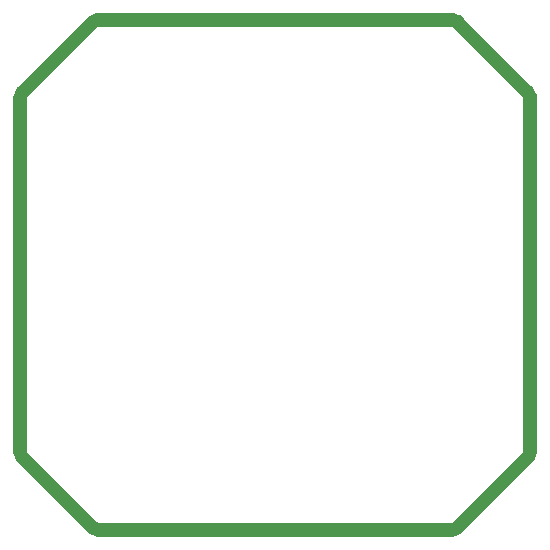
<source format=gm1>
G04*
G04 #@! TF.GenerationSoftware,Altium Limited,Altium Designer,22.2.1 (43)*
G04*
G04 Layer_Color=16711935*
%FSLAX25Y25*%
%MOIN*%
G70*
G04*
G04 #@! TF.SameCoordinates,E3E267CE-3B28-4E7D-86E6-9DA55300F0EE*
G04*
G04*
G04 #@! TF.FilePolarity,Positive*
G04*
G01*
G75*
%ADD15C,0.04724*%
D15*
X384252Y409449D02*
G03*
X383560Y411119I-2362J0D01*
G01*
X384252Y409449D02*
G03*
X383560Y411119I-2362J0D01*
G01*
X359938Y434741D02*
G03*
X358268Y435433I-1670J-1670D01*
G01*
X359938Y434741D02*
G03*
X358268Y435433I-1670J-1670D01*
G01*
X383560Y289668D02*
G03*
X384252Y291339I-1670J1670D01*
G01*
X383560Y289668D02*
G03*
X384252Y291339I-1670J1670D01*
G01*
X358268Y265354D02*
G03*
X359938Y266046I0J2362D01*
G01*
X358268Y265354D02*
G03*
X359938Y266046I0J2362D01*
G01*
X240158Y435433D02*
G03*
X238487Y434741I0J-2362D01*
G01*
X240158Y435433D02*
G03*
X238487Y434741I0J-2362D01*
G01*
X214865Y411119D02*
G03*
X214173Y409449I1670J-1670D01*
G01*
X214865Y411119D02*
G03*
X214173Y409449I1670J-1670D01*
G01*
X238487Y266046D02*
G03*
X240158Y265354I1670J1670D01*
G01*
X214173Y291339D02*
G03*
X214865Y289668I2362J0D01*
G01*
X214173Y291339D02*
G03*
X214865Y289668I2362J0D01*
G01*
X238487Y266046D02*
G03*
X240158Y265354I1670J1670D01*
G01*
X358268D01*
X214865Y289668D02*
X238487Y266046D01*
X214173Y291339D02*
Y409449D01*
X359938Y434741D02*
X383560Y411119D01*
X384252Y291339D02*
Y409449D01*
X359938Y266046D02*
X383560Y289668D01*
X240158Y435433D02*
X358268D01*
X214865Y411119D02*
X238487Y434741D01*
X384252Y409449D02*
G03*
X383560Y411119I-2362J0D01*
G01*
X384252Y409449D02*
G03*
X383560Y411119I-2362J0D01*
G01*
X359938Y434741D02*
G03*
X358268Y435433I-1670J-1670D01*
G01*
X359938Y434741D02*
G03*
X358268Y435433I-1670J-1670D01*
G01*
X383560Y289668D02*
G03*
X384252Y291339I-1670J1670D01*
G01*
X383560Y289668D02*
G03*
X384252Y291339I-1670J1670D01*
G01*
X358268Y265354D02*
G03*
X359938Y266046I0J2362D01*
G01*
X358268Y265354D02*
G03*
X359938Y266046I0J2362D01*
G01*
X240158Y435433D02*
G03*
X238487Y434741I0J-2362D01*
G01*
X240158Y435433D02*
G03*
X238487Y434741I0J-2362D01*
G01*
X214865Y411119D02*
G03*
X214173Y409449I1670J-1670D01*
G01*
X214865Y411119D02*
G03*
X214173Y409449I1670J-1670D01*
G01*
X238487Y266046D02*
G03*
X240158Y265354I1670J1670D01*
G01*
X214173Y291339D02*
G03*
X214865Y289668I2362J0D01*
G01*
X214173Y291339D02*
G03*
X214865Y289668I2362J0D01*
G01*
X238487Y266046D02*
G03*
X240158Y265354I1670J1670D01*
G01*
X358268D01*
X214865Y289668D02*
X238487Y266046D01*
X214173Y291339D02*
Y409449D01*
X359938Y434741D02*
X383560Y411119D01*
X384252Y291339D02*
Y409449D01*
X359938Y266046D02*
X383560Y289668D01*
X240158Y435433D02*
X358268D01*
X214865Y411119D02*
X238487Y434741D01*
M02*

</source>
